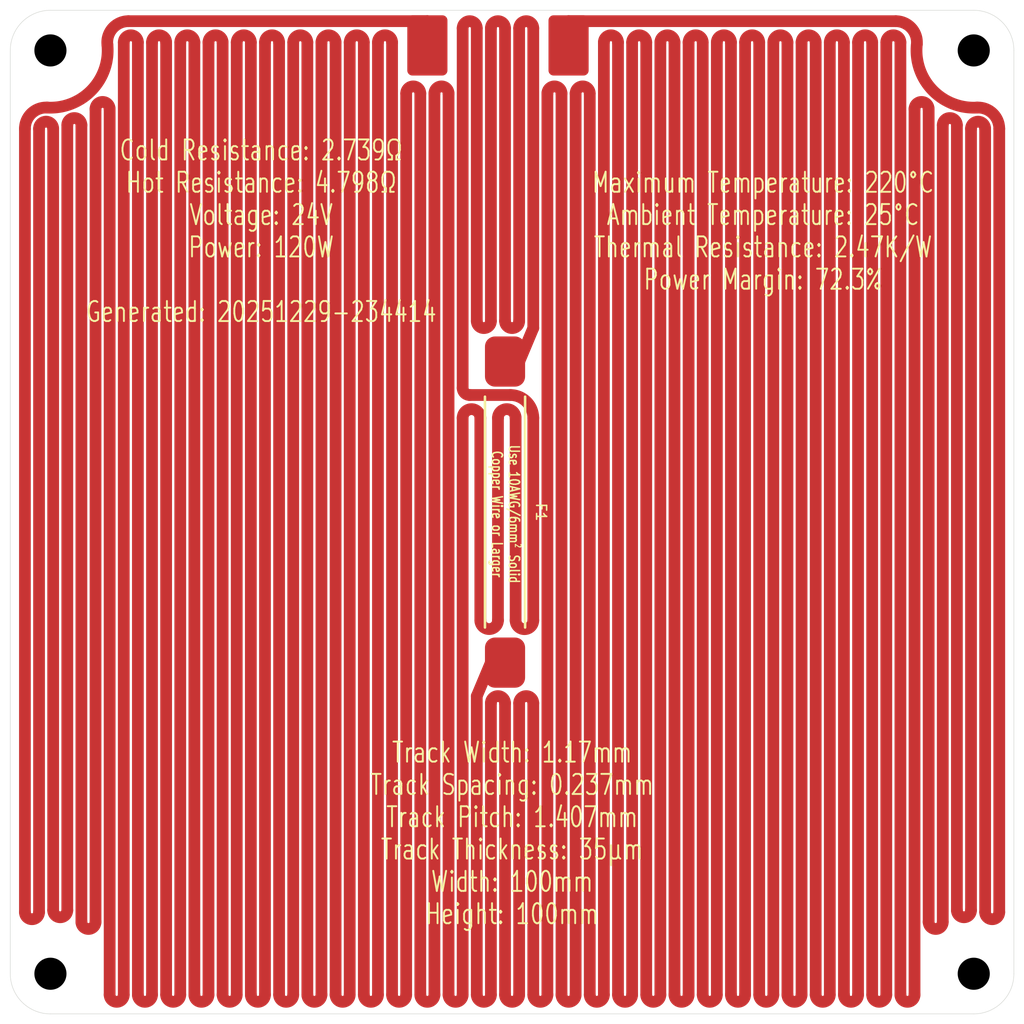
<source format=kicad_pcb>
(kicad_pcb (version 20241229) (generator "pcbnew") (generator_version "9.0")
  (layers (0 "F.Cu" signal) (2 "B.Cu" signal) (13 "F.Paste" user) (15 "B.Paste" user) (5 "F.SilkS" user "F.Silkscreen") (7 "B.SilkS" user "B.Silkscreen") (1 "F.Mask" user) (3 "B.Mask" user) (25 "Edge.Cuts" user))
  (net 0 "")
  (net 1 "Net-(J2-Pin_1)")
  (net 2 "Net-(J1-Pin_1)")
  (footprint "blg:MountingHole_3.2mm_M3_NoPad_TopLarge" (layer "F.Cu") (at 151 59)
    (property "Reference" "REF**" (hide yes))
    (property "Value" "MountingHole_3.2mm_M3_NoPad_TopLarge" (hide yes))
    (pad "" np_thru_hole circle (at 0 0) (size 7.6 7.6) (drill 3.2) (layers))
  )
  (footprint "blg:SMD_PowerConnection_4x6mm" (layer "F.Cu") (at 110.628 58.5 -90)
    (property "Reference" "J2" (hide yes))
    (property "Value" "Hotplate_Power_Connection" (hide yes))
    (pad "1" smd roundrect (at 0 0 270) (size 6 4) (layers "F.Cu" "F.Mask" "F.Paste") (roundrect_rratio 0.125) (net 1 "Net-(J2-Pin_1)"))
  )
  (footprint "blg:MountingHole_3.2mm_M3_NoPad_TopLarge" (layer "F.Cu") (at 59 151)
    (property "Reference" "REF**" (hide yes))
    (property "Value" "MountingHole_3.2mm_M3_NoPad_TopLarge" (hide yes))
    (pad "" np_thru_hole circle (at 0 0) (size 7.6 7.6) (drill 3.2) (layers))
  )
  (footprint "blg:MountingHole_3.2mm_M3_NoPad_TopLarge" (layer "F.Cu") (at 151 151)
    (property "Reference" "REF**" (hide yes))
    (property "Value" "MountingHole_3.2mm_M3_NoPad_TopLarge" (hide yes))
    (pad "" np_thru_hole circle (at 0 0) (size 7.6 7.6) (drill 3.2) (layers))
  )
  (footprint "blg:SMD_PowerConnection_4x6mm" (layer "F.Cu") (at 96.558 58.5 -90)
    (property "Reference" "J1" (hide yes))
    (property "Value" "Hotplate_Power_Connection" (hide yes))
    (pad "1" smd roundrect (at 0 0 270) (size 6 4) (layers "F.Cu" "F.Mask" "F.Paste") (roundrect_rratio 0.125) (net 2 "Net-(J1-Pin_1)"))
  )
  (footprint "blg:Thermal Fuse, SN100C, Front, 35mm" (layer "F.Cu") (at 104.2965 105 -90)
    (property "Reference" "F1" (at 0 -3.6 270) (layer "F.SilkS"))
    (property "Value" "~")
    (fp_line (start -11.5 2) (end 11.5 2) (stroke (width 0.25)) (layer "F.SilkS"))
    (fp_line (start -11.5 -2) (end 11.5 -2) (stroke (width 0.25)) (layer "F.SilkS"))
    (fp_text user "Use 10AWG/6mm  Solid" (at 0.2 -0.9 270) (layer "F.SilkS") (effects (font (size 1 0.75))))
    (fp_text user "2" (at 3.35 -1.3 270) (layer "F.SilkS") (effects (font (size 0.6 0.4) (thickness 0.1))))
    (fp_text user "Copper Wire or Larger" (at 0.2 0.8 270) (layer "F.SilkS") (effects (font (size 1 0.75))))
    (pad "1" smd roundrect (at -15 0 270) (size 5 4) (layers "F.Cu" "F.Mask") (net 2 "Net-(J1-Pin_1)"))
    (pad "2" smd roundrect (at 15 0 270) (size 5 4) (layers "F.Cu" "F.Mask") (net 1 "Net-(J2-Pin_1)"))
  )
  (footprint "blg:MountingHole_3.2mm_M3_NoPad_TopLarge" (layer "F.Cu") (at 59 59)
    (property "Reference" "REF**" (hide yes))
    (property "Value" "MountingHole_3.2mm_M3_NoPad_TopLarge" (hide yes))
    (pad "" np_thru_hole circle (at 0 0) (size 7.6 7.6) (drill 3.2) (layers))
  )
  (gr_arc (start 55 59) (mid 56.171573 56.171573) (end 59 55) (stroke (width 0.05)) (layer "Edge.Cuts"))
  (gr_line (start 155 59) (end 155 151) (stroke (width 0.05)) (layer "Edge.Cuts"))
  (gr_arc (start 59 155) (mid 56.171573 153.828427) (end 55 151) (stroke (width 0.05)) (layer "Edge.Cuts"))
  (gr_line (start 59 155) (end 151 155) (stroke (width 0.05)) (layer "Edge.Cuts"))
  (gr_line (start 55 59) (end 55 151) (stroke (width 0.05)) (layer "Edge.Cuts"))
  (gr_arc (start 155 151) (mid 153.828427 153.828427) (end 151 155) (stroke (width 0.05)) (layer "Edge.Cuts"))
  (gr_arc (start 151 55) (mid 153.828427 56.171573) (end 155 59) (stroke (width 0.05)) (layer "Edge.Cuts"))
  (gr_line (start 59 55) (end 151 55) (stroke (width 0.05)) (layer "Edge.Cuts"))
  (gr_text "Track Width: 1.17mm\nTrack Spacing: 0.237mm\nTrack Pitch: 1.407mm\nTrack Thickness: 35µm\nWidth: 100mm\nHeight: 100mm" (at 105 137 0) (layer "F.SilkS") (effects (font (size 2 1.5) (thickness 0.1875))))
  (gr_text "Maximum Temperature: 220°C\nAmbient Temperature: 25°C\nThermal Resistance: 2.47K/W\nPower Margin: 72.3%" (at 130 77 0) (layer "F.SilkS") (effects (font (size 2 1.5) (thickness 0.1875))))
  (gr_text "Cold Resistance: 2.739Ω\nHot Resistance: 4.798Ω\nVoltage: 24V\nPower: 120W\n\nGenerated: 20251229-234414" (at 80 77 0) (layer "F.SilkS") (effects (font (size 2 1.5) (thickness 0.1875))))
  (segment (start 142.285499 153.093) (end 142.285499 58.195499) (width 1.17) (layer "F.Cu") (net 1))
  (segment (start 143.227524 56.084999) (end 110.627999 56.084999) (width 1.17) (layer "F.Cu") (net 1))
  (segment (start 109.9245 63.2885) (end 109.9245 153.093) (width 1.17) (layer "F.Cu") (net 1))
  (segment (start 132.4365 58.195499) (end 132.4365 153.093) (width 1.17) (layer "F.Cu") (net 1))
  (segment (start 129.6225 58.195499) (end 129.6225 153.093) (width 1.17) (layer "F.Cu") (net 1))
  (segment (start 105.703499 153.093) (end 105.703499 124.0385) (width 1.17) (layer "F.Cu") (net 1))
  (segment (start 115.5525 58.195499) (end 115.5525 153.093) (width 1.17) (layer "F.Cu") (net 1))
  (segment (start 146.5065 64.835219) (end 146.5065 145.834194) (width 1.17) (layer "F.Cu") (net 1))
  (segment (start 128.215499 153.093) (end 128.215499 58.195499) (width 1.17) (layer "F.Cu") (net 1))
  (segment (start 145.0995 153.093) (end 145.0995 64.835219) (width 1.17) (layer "F.Cu") (net 1))
  (segment (start 123.994499 58.195499) (end 123.994499 153.093) (width 1.17) (layer "F.Cu") (net 1))
  (segment (start 126.8085 58.195499) (end 126.8085 153.093) (width 1.17) (layer "F.Cu") (net 1))
  (segment (start 125.4015 153.093) (end 125.4015 58.195499) (width 1.17) (layer "F.Cu") (net 1))
  (segment (start 138.0645 58.195499) (end 138.0645 153.093) (width 1.17) (layer "F.Cu") (net 1))
  (segment (start 139.4715 153.093) (end 139.4715 58.195499) (width 1.17) (layer "F.Cu") (net 1))
  (segment (start 110.627999 56.084999) (end 110.627999 58.5) (width 1.17) (layer "F.Cu") (net 1))
  (segment (start 140.8785 58.195499) (end 140.8785 153.093) (width 1.17) (layer "F.Cu") (net 1))
  (segment (start 102.8815 120) (end 104.2965 120) (width 1.17) (layer "F.Cu") (net 1))
  (segment (start 108.517499 153.093) (end 108.517499 63.2885) (width 1.17) (layer "F.Cu") (net 1))
  (segment (start 133.8435 153.093) (end 133.8435 58.195499) (width 1.17) (layer "F.Cu") (net 1))
  (segment (start 149.320499 66.441767) (end 149.320499 144.667775) (width 1.17) (layer "F.Cu") (net 1))
  (segment (start 121.1805 58.195499) (end 121.1805 153.093) (width 1.17) (layer "F.Cu") (net 1))
  (segment (start 112.738499 63.2885) (end 112.738499 153.093) (width 1.17) (layer "F.Cu") (net 1))
  (segment (start 111.3315 153.093) (end 111.3315 63.2885) (width 1.17) (layer "F.Cu") (net 1))
  (segment (start 118.3665 58.195499) (end 118.3665 153.093) (width 1.17) (layer "F.Cu") (net 1))
  (segment (start 116.959499 153.093) (end 116.959499 58.195499) (width 1.17) (layer "F.Cu") (net 1))
  (segment (start 107.1105 124.0385) (end 107.1105 153.093) (width 1.17) (layer "F.Cu") (net 1))
  (segment (start 101.482499 123.335) (end 102.8815 120) (width 1.17) (layer "F.Cu") (net 1))
  (segment (start 101.482499 123.335) (end 101.482499 153.093) (width 1.17) (layer "F.Cu") (net 1))
  (segment (start 131.029499 153.093) (end 131.029499 58.195499) (width 1.17) (layer "F.Cu") (net 1))
  (segment (start 136.6575 153.093) (end 136.6575 58.195499) (width 1.17) (layer "F.Cu") (net 1))
  (segment (start 143.6925 58.195499) (end 143.6925 153.093) (width 1.17) (layer "F.Cu") (net 1))
  (segment (start 114.1455 153.093) (end 114.1455 58.195499) (width 1.17) (layer "F.Cu") (net 1))
  (segment (start 147.9135 145.834194) (end 147.9135 66.441767) (width 1.17) (layer "F.Cu") (net 1))
  (segment (start 104.2965 124.0385) (end 104.2965 153.093) (width 1.17) (layer "F.Cu") (net 1))
  (segment (start 122.587499 153.093) (end 122.587499 58.195499) (width 1.17) (layer "F.Cu") (net 1))
  (segment (start 102.8895 153.093) (end 102.8895 124.0385) (width 1.17) (layer "F.Cu") (net 1))
  (segment (start 152.1345 66.802104) (end 152.1345 144.862296) (width 1.17) (layer "F.Cu") (net 1))
  (segment (start 119.773499 153.093) (end 119.773499 58.195499) (width 1.17) (layer "F.Cu") (net 1))
  (segment (start 150.7275 144.667775) (end 150.7275 66.802104) (width 1.17) (layer "F.Cu") (net 1))
  (segment (start 135.2505 58.195499) (end 135.2505 153.093) (width 1.17) (layer "F.Cu") (net 1))
  (segment (start 153.541499 144.862296) (end 153.541499 66.802104) (width 1.17) (layer "F.Cu") (net 1))
  (arc (start 136.6575 58.195499) (mid 137.361 57.492) (end 138.0645 58.195499) (width 1.17) (layer "F.Cu") (net 1))
  (arc (start 138.0645 153.093) (mid 138.768 153.7965) (end 139.4715 153.093) (width 1.17) (layer "F.Cu") (net 1))
  (arc (start 118.3665 153.093) (mid 119.07 153.7965) (end 119.773499 153.093) (width 1.17) (layer "F.Cu") (net 1))
  (arc (start 142.285499 58.195499) (mid 142.989 57.492) (end 143.6925 58.195499) (width 1.17) (layer "F.Cu") (net 1))
  (arc (start 143.6925 153.093) (mid 144.396 153.7965) (end 145.0995 153.093) (width 1.17) (layer "F.Cu") (net 1))
  (arc (start 111.3315 63.2885) (mid 112.035 62.585) (end 112.738499 63.2885) (width 1.17) (layer "F.Cu") (net 1))
  (arc (start 143.227524 56.084999) (mid 144.794814 56.78206) (end 145.326809 58.412789) (width 1.17) (layer "F.Cu") (net 1))
  (arc (start 133.8435 58.195499) (mid 134.547 57.492) (end 135.2505 58.195499) (width 1.17) (layer "F.Cu") (net 1))
  (arc (start 109.9245 153.093) (mid 110.627999 153.7965) (end 111.3315 153.093) (width 1.17) (layer "F.Cu") (net 1))
  (arc (start 131.029499 58.195499) (mid 131.732999 57.492) (end 132.4365 58.195499) (width 1.17) (layer "F.Cu") (net 1))
  (arc (start 108.517499 63.2885) (mid 109.221 62.585) (end 109.9245 63.2885) (width 1.17) (layer "F.Cu") (net 1))
  (arc (start 102.8895 124.0385) (mid 103.592999 123.335) (end 104.2965 124.0385) (width 1.17) (layer "F.Cu") (net 1))
  (arc (start 129.6225 153.093) (mid 130.326 153.7965) (end 131.029499 153.093) (width 1.17) (layer "F.Cu") (net 1))
  (arc (start 125.4015 58.195499) (mid 126.104999 57.492) (end 126.8085 58.195499) (width 1.17) (layer "F.Cu") (net 1))
  (arc (start 135.2505 153.093) (mid 135.953999 153.7965) (end 136.6575 153.093) (width 1.17) (layer "F.Cu") (net 1))
  (arc (start 132.4365 153.093) (mid 133.139999 153.7965) (end 133.8435 153.093) (width 1.17) (layer "F.Cu") (net 1))
  (arc (start 122.587499 58.195499) (mid 123.291 57.492) (end 123.994499 58.195499) (width 1.17) (layer "F.Cu") (net 1))
  (arc (start 123.994499 153.093) (mid 124.698 153.7965) (end 125.4015 153.093) (width 1.17) (layer "F.Cu") (net 1))
  (arc (start 128.215499 58.195499) (mid 128.919 57.492) (end 129.6225 58.195499) (width 1.17) (layer "F.Cu") (net 1))
  (arc (start 139.4715 58.195499) (mid 140.174999 57.492) (end 140.8785 58.195499) (width 1.17) (layer "F.Cu") (net 1))
  (arc (start 149.320499 144.667775) (mid 150.024 145.371275) (end 150.7275 144.667775) (width 1.17) (layer "F.Cu") (net 1))
  (arc (start 101.482499 153.093) (mid 102.186 153.7965) (end 102.8895 153.093) (width 1.17) (layer "F.Cu") (net 1))
  (arc (start 150.7275 66.802104) (mid 151.430999 66.098604) (end 152.1345 66.802104) (width 1.17) (layer "F.Cu") (net 1))
  (arc (start 147.9135 66.441767) (mid 148.617 65.738267) (end 149.320499 66.441767) (width 1.17) (layer "F.Cu") (net 1))
  (arc (start 105.703499 124.0385) (mid 106.407 123.335) (end 107.1105 124.0385) (width 1.17) (layer "F.Cu") (net 1))
  (arc (start 140.8785 153.093) (mid 141.582 153.7965) (end 142.285499 153.093) (width 1.17) (layer "F.Cu") (net 1))
  (arc (start 146.5065 145.834194) (mid 147.209999 146.537694) (end 147.9135 145.834194) (width 1.17) (layer "F.Cu") (net 1))
  (arc (start 121.1805 153.093) (mid 121.883999 153.7965) (end 122.587499 153.093) (width 1.17) (layer "F.Cu") (net 1))
  (arc (start 119.773499 58.195499) (mid 120.477 57.492) (end 121.1805 58.195499) (width 1.17) (layer "F.Cu") (net 1))
  (arc (start 151.31459 64.694817) (mid 146.871486 62.935135) (end 145.326809 58.412789) (width 1.17) (layer "F.Cu") (net 1))
  (arc (start 116.959499 58.195499) (mid 117.663 57.492) (end 118.3665 58.195499) (width 1.17) (layer "F.Cu") (net 1))
  (arc (start 126.8085 153.093) (mid 127.511999 153.7965) (end 128.215499 153.093) (width 1.17) (layer "F.Cu") (net 1))
  (arc (start 145.0995 64.835219) (mid 145.803 64.131719) (end 146.5065 64.835219) (width 1.17) (layer "F.Cu") (net 1))
  (arc (start 104.2965 153.093) (mid 105 153.7965) (end 105.703499 153.093) (width 1.17) (layer "F.Cu") (net 1))
  (arc (start 107.1105 153.093) (mid 107.814 153.7965) (end 108.5175 153.093) (width 1.17) (layer "F.Cu") (net 1))
  (arc (start 153.541499 66.802104) (mid 152.969318 65.357186) (end 151.31459 64.694817) (width 1.17) (layer "F.Cu") (net 1))
  (arc (start 112.738499 153.093) (mid 113.442 153.7965) (end 114.1455 153.093) (width 1.17) (layer "F.Cu") (net 1))
  (arc (start 114.1455 58.195499) (mid 114.848999 57.492) (end 115.5525 58.195499) (width 1.17) (layer "F.Cu") (net 1))
  (arc (start 115.5525 153.093) (mid 116.256 153.7965) (end 116.959499 153.093) (width 1.17) (layer "F.Cu") (net 1))
  (arc (start 152.1345 144.862296) (mid 152.838 145.565796) (end 153.541499 144.862296) (width 1.17) (layer "F.Cu") (net 1))
  (segment (start 66.772475 56.084999) (end 96.558 56.084999) (width 1.17) (layer "F.Cu") (net 2))
  (segment (start 102.8895 56.7885) (end 102.8895 85.9615) (width 1.17) (layer "F.Cu") (net 2))
  (segment (start 107.1105 86.664999) (end 105.7115 90) (width 1.17) (layer "F.Cu") (net 2))
  (segment (start 101.83425 115.785625) (end 101.83425 95.621375) (width 1.17) (layer "F.Cu") (net 2))
  (segment (start 105.35175 115.785625) (end 105.35175 95.621375) (width 1.17) (layer "F.Cu") (net 2))
  (segment (start 73.342499 153.093) (end 73.342499 58.195499) (width 1.17) (layer "F.Cu") (net 2))
  (segment (start 100.075499 56.7885) (end 100.075499 92.6315) (width 1.17) (layer "F.Cu") (net 2))
  (segment (start 98.6685 153.093) (end 98.6685 63.2885) (width 1.17) (layer "F.Cu") (net 2))
  (segment (start 77.563499 58.195499) (end 77.563499 153.093) (width 1.17) (layer "F.Cu") (net 2))
  (segment (start 67.7145 153.093) (end 67.7145 58.195499) (width 1.17) (layer "F.Cu") (net 2))
  (segment (start 105.703499 56.7885) (end 105.703499 85.9615) (width 1.17) (layer "F.Cu") (net 2))
  (segment (start 84.598499 153.093) (end 84.598499 58.195499) (width 1.17) (layer "F.Cu") (net 2))
  (segment (start 80.3775 58.195499) (end 80.3775 153.093) (width 1.17) (layer "F.Cu") (net 2))
  (segment (start 64.900499 153.093) (end 64.900499 64.835219) (width 1.17) (layer "F.Cu") (net 2))
  (segment (start 91.6335 58.195499) (end 91.6335 153.093) (width 1.17) (layer "F.Cu") (net 2))
  (segment (start 78.9705 153.093) (end 78.9705 58.195499) (width 1.17) (layer "F.Cu") (net 2))
  (segment (start 88.819499 58.195499) (end 88.819499 153.093) (width 1.17) (layer "F.Cu") (net 2))
  (segment (start 100.779 93.335) (end 104.824125 93.335) (width 1.17) (layer "F.Cu") (net 2))
  (segment (start 59.2725 144.667775) (end 59.2725 66.802104) (width 1.17) (layer "F.Cu") (net 2))
  (segment (start 97.2615 63.2885) (end 97.2615 153.093) (width 1.17) (layer "F.Cu") (net 2))
  (segment (start 103.592999 95.621375) (end 103.592999 115.785625) (width 1.17) (layer "F.Cu") (net 2))
  (segment (start 69.1215 58.195499) (end 69.1215 153.093) (width 1.17) (layer "F.Cu") (net 2))
  (segment (start 94.447499 63.2885) (end 94.447499 153.093) (width 1.17) (layer "F.Cu") (net 2))
  (segment (start 70.5285 153.093) (end 70.5285 58.195499) (width 1.17) (layer "F.Cu") (net 2))
  (segment (start 93.0405 153.093) (end 93.0405 58.195499) (width 1.17) (layer "F.Cu") (net 2))
  (segment (start 101.482499 85.9615) (end 101.482499 56.7885) (width 1.17) (layer "F.Cu") (net 2))
  (segment (start 62.086499 145.834194) (end 62.086499 66.441767) (width 1.17) (layer "F.Cu") (net 2))
  (segment (start 105.7115 90) (end 104.2965 90) (width 1.17) (layer "F.Cu") (net 2))
  (segment (start 107.1105 86.664999) (end 107.1105 56.7885) (width 1.17) (layer "F.Cu") (net 2))
  (segment (start 86.0055 58.195499) (end 86.0055 153.093) (width 1.17) (layer "F.Cu") (net 2))
  (segment (start 96.558 56.084999) (end 96.558 58.5) (width 1.17) (layer "F.Cu") (net 2))
  (segment (start 56.458499 144.862296) (end 56.458499 66.802104) (width 1.17) (layer "F.Cu") (net 2))
  (segment (start 104.2965 85.9615) (end 104.2965 56.7885) (width 1.17) (layer "F.Cu") (net 2))
  (segment (start 57.8655 66.802104) (end 57.8655 144.862296) (width 1.17) (layer "F.Cu") (net 2))
  (segment (start 74.7495 58.195499) (end 74.7495 153.093) (width 1.17) (layer "F.Cu") (net 2))
  (segment (start 81.7845 153.093) (end 81.7845 58.195499) (width 1.17) (layer "F.Cu") (net 2))
  (segment (start 60.6795 66.441767) (end 60.6795 144.667775) (width 1.17) (layer "F.Cu") (net 2))
  (segment (start 76.1565 153.093) (end 76.1565 58.195499) (width 1.17) (layer "F.Cu") (net 2))
  (segment (start 90.2265 153.093) (end 90.2265 58.195499) (width 1.17) (layer "F.Cu") (net 2))
  (segment (start 71.9355 58.195499) (end 71.9355 153.093) (width 1.17) (layer "F.Cu") (net 2))
  (segment (start 83.1915 58.195499) (end 83.1915 153.093) (width 1.17) (layer "F.Cu") (net 2))
  (segment (start 66.307499 58.195499) (end 66.307499 153.093) (width 1.17) (layer "F.Cu") (net 2))
  (segment (start 107.1105 95.621375) (end 107.1105 115.785625) (width 1.17) (layer "F.Cu") (net 2))
  (segment (start 87.4125 153.093) (end 87.4125 58.195499) (width 1.17) (layer "F.Cu") (net 2))
  (segment (start 63.4935 64.835219) (end 63.4935 145.834194) (width 1.17) (layer "F.Cu") (net 2))
  (segment (start 100.075499 95.621375) (end 100.075499 153.093) (width 1.17) (layer "F.Cu") (net 2))
  (segment (start 95.8545 153.093) (end 95.8545 63.2885) (width 1.17) (layer "F.Cu") (net 2))
  (arc (start 103.592999 115.785625) (mid 102.713625 116.664999) (end 101.83425 115.785625) (width 1.17) (layer "F.Cu") (net 2))
  (arc (start 63.4935 145.834194) (mid 62.79 146.537694) (end 62.086499 145.834194) (width 1.17) (layer "F.Cu") (net 2))
  (arc (start 56.458499 66.802104) (mid 57.030681 65.357186) (end 58.685409 64.694817) (width 1.17) (layer "F.Cu") (net 2))
  (arc (start 95.8545 63.2885) (mid 95.151 62.585) (end 94.447499 63.2885) (width 1.17) (layer "F.Cu") (net 2))
  (arc (start 73.342499 58.195499) (mid 72.639 57.492) (end 71.9355 58.195499) (width 1.17) (layer "F.Cu") (net 2))
  (arc (start 77.563499 153.093) (mid 76.86 153.7965) (end 76.1565 153.093) (width 1.17) (layer "F.Cu") (net 2))
  (arc (start 88.819499 153.093) (mid 88.116 153.7965) (end 87.4125 153.093) (width 1.17) (layer "F.Cu") (net 2))
  (arc (start 67.7145 58.195499) (mid 67.010999 57.492) (end 66.307499 58.195499) (width 1.17) (layer "F.Cu") (net 2))
  (arc (start 91.6335 153.093) (mid 90.93 153.7965) (end 90.2265 153.093) (width 1.17) (layer "F.Cu") (net 2))
  (arc (start 87.4125 58.195499) (mid 86.708999 57.492) (end 86.0055 58.195499) (width 1.17) (layer "F.Cu") (net 2))
  (arc (start 66.307499 153.093) (mid 65.604 153.7965) (end 64.900499 153.093) (width 1.17) (layer "F.Cu") (net 2))
  (arc (start 76.1565 58.195499) (mid 75.452999 57.492) (end 74.7495 58.195499) (width 1.17) (layer "F.Cu") (net 2))
  (arc (start 93.0405 58.195499) (mid 92.337 57.492) (end 91.6335 58.195499) (width 1.17) (layer "F.Cu") (net 2))
  (arc (start 98.6685 63.2885) (mid 97.965 62.585) (end 97.2615 63.2885) (width 1.17) (layer "F.Cu") (net 2))
  (arc (start 100.075499 153.093) (mid 99.372 153.7965) (end 98.6685 153.093) (width 1.17) (layer "F.Cu") (net 2))
  (arc (start 69.1215 153.093) (mid 68.417999 153.7965) (end 67.7145 153.093) (width 1.17) (layer "F.Cu") (net 2))
  (arc (start 58.685409 64.694817) (mid 63.128513 62.935135) (end 64.67319 58.412789) (width 1.17) (layer "F.Cu") (net 2))
  (arc (start 62.086499 66.441767) (mid 61.383 65.738267) (end 60.6795 66.441767) (width 1.17) (layer "F.Cu") (net 2))
  (arc (start 83.1915 153.093) (mid 82.487999 153.7965) (end 81.7845 153.093) (width 1.17) (layer "F.Cu") (net 2))
  (arc (start 107.1105 115.785625) (mid 106.231124 116.664999) (end 105.35175 115.785625) (width 1.17) (layer "F.Cu") (net 2))
  (arc (start 57.8655 144.862296) (mid 57.162 145.565796) (end 56.458499 144.862296) (width 1.17) (layer "F.Cu") (net 2))
  (arc (start 86.0055 153.093) (mid 85.302 153.7965) (end 84.598499 153.093) (width 1.17) (layer "F.Cu") (net 2))
  (arc (start 94.447499 153.093) (mid 93.744 153.7965) (end 93.0405 153.093) (width 1.17) (layer "F.Cu") (net 2))
  (arc (start 84.598499 58.195499) (mid 83.895 57.492) (end 83.1915 58.195499) (width 1.17) (layer "F.Cu") (net 2))
  (arc (start 66.772475 56.084999) (mid 65.205185 56.78206) (end 64.67319 58.412789) (width 1.17) (layer "F.Cu") (net 2))
  (arc (start 64.900499 64.835219) (mid 64.196999 64.131719) (end 63.4935 64.835219) (width 1.17) (layer "F.Cu") (net 2))
  (arc (start 74.7495 153.093) (mid 74.046 153.7965) (end 73.342499 153.093) (width 1.17) (layer "F.Cu") (net 2))
  (arc (start 60.6795 144.667775) (mid 59.975999 145.371275) (end 59.2725 144.667775) (width 1.17) (layer "F.Cu") (net 2))
  (arc (start 80.3775 153.093) (mid 79.673999 153.7965) (end 78.9705 153.093) (width 1.17) (layer "F.Cu") (net 2))
  (arc (start 101.482499 56.7885) (mid 100.779 56.084999) (end 100.075499 56.7885) (width 1.17) (layer "F.Cu") (net 2))
  (arc (start 59.2725 66.802104) (mid 58.568999 66.098604) (end 57.8655 66.802104) (width 1.17) (layer "F.Cu") (net 2))
  (arc (start 90.2265 58.195499) (mid 89.523 57.492) (end 88.819499 58.195499) (width 1.17) (layer "F.Cu") (net 2))
  (arc (start 100.779 93.335) (mid 100.28155 93.128949) (end 100.075499 92.6315) (width 1.17) (layer "F.Cu") (net 2))
  (arc (start 70.5285 58.195499) (mid 69.825 57.492) (end 69.1215 58.195499) (width 1.17) (layer "F.Cu") (net 2))
  (arc (start 81.7845 58.195499) (mid 81.081 57.492) (end 80.3775 58.195499) (width 1.17) (layer "F.Cu") (net 2))
  (arc (start 104.824125 93.335) (mid 106.440836 94.004663) (end 107.1105 95.621375) (width 1.17) (layer "F.Cu") (net 2))
  (arc (start 107.1105 56.7885) (mid 106.407 56.084999) (end 105.703499 56.7885) (width 1.17) (layer "F.Cu") (net 2))
  (arc (start 78.9705 58.195499) (mid 78.267 57.492) (end 77.563499 58.195499) (width 1.17) (layer "F.Cu") (net 2))
  (arc (start 105.703499 85.9615) (mid 105 86.664999) (end 104.2965 85.9615) (width 1.17) (layer "F.Cu") (net 2))
  (arc (start 71.9355 153.093) (mid 71.232 153.7965) (end 70.5285 153.093) (width 1.17) (layer "F.Cu") (net 2))
  (arc (start 104.2965 56.7885) (mid 103.592999 56.084999) (end 102.8895 56.7885) (width 1.17) (layer "F.Cu") (net 2))
  (arc (start 97.2615 153.093) (mid 96.558 153.7965) (end 95.8545 153.093) (width 1.17) (layer "F.Cu") (net 2))
  (arc (start 101.83425 95.621375) (mid 100.954875 94.741999) (end 100.075499 95.621375) (width 1.17) (layer "F.Cu") (net 2))
  (arc (start 105.35175 95.621375) (mid 104.472374 94.741999) (end 103.592999 95.621375) (width 1.17) (layer "F.Cu") (net 2))
  (arc (start 102.8895 85.9615) (mid 102.186 86.664999) (end 101.482499 85.9615) (width 1.17) (layer "F.Cu") (net 2))
)
</source>
